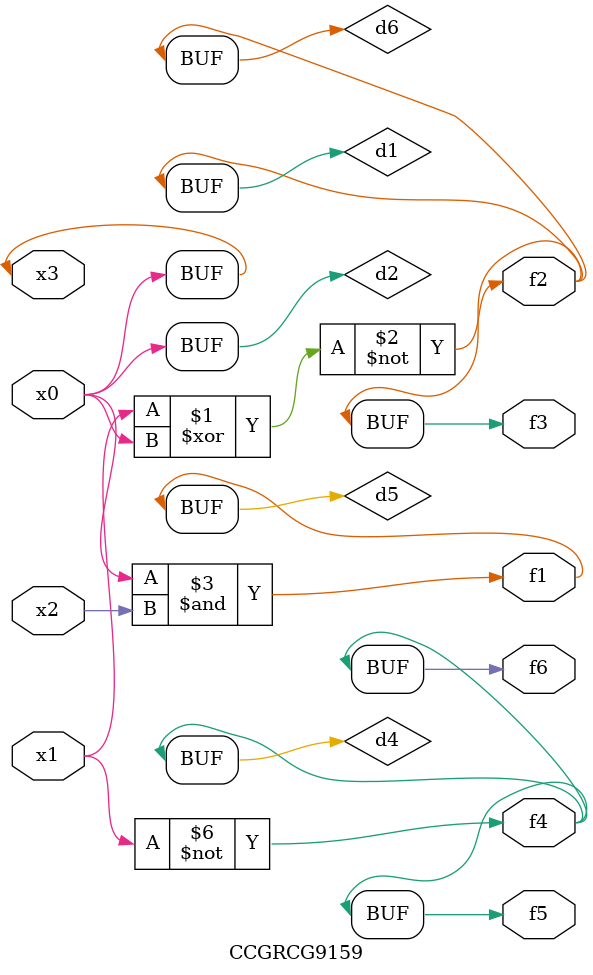
<source format=v>
module CCGRCG9159(
	input x0, x1, x2, x3,
	output f1, f2, f3, f4, f5, f6
);

	wire d1, d2, d3, d4, d5, d6;

	xnor (d1, x1, x3);
	buf (d2, x0, x3);
	nand (d3, x0, x2);
	not (d4, x1);
	nand (d5, d3);
	or (d6, d1);
	assign f1 = d5;
	assign f2 = d6;
	assign f3 = d6;
	assign f4 = d4;
	assign f5 = d4;
	assign f6 = d4;
endmodule

</source>
